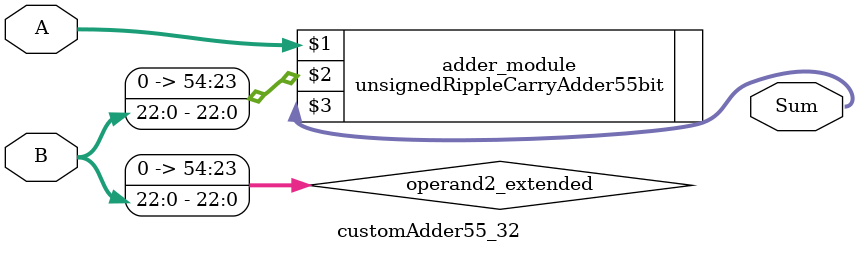
<source format=v>
module customAdder55_32(
                        input [54 : 0] A,
                        input [22 : 0] B,
                        
                        output [55 : 0] Sum
                );

        wire [54 : 0] operand2_extended;
        
        assign operand2_extended =  {32'b0, B};
        
        unsignedRippleCarryAdder55bit adder_module(
            A,
            operand2_extended,
            Sum
        );
        
        endmodule
        
</source>
